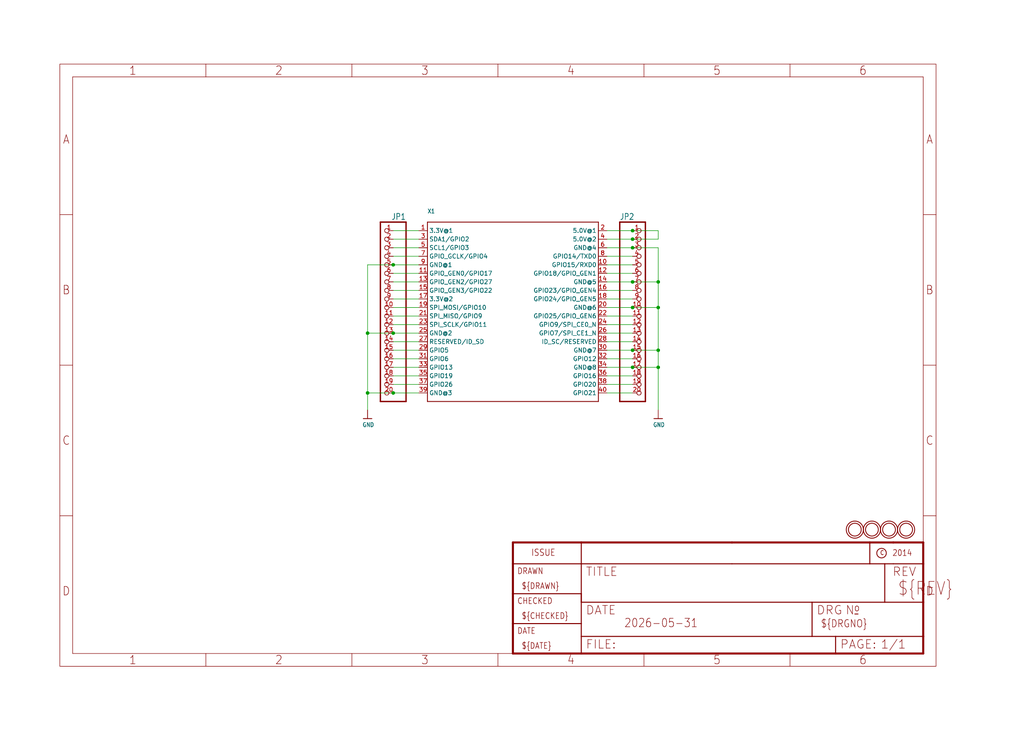
<source format=kicad_sch>
(kicad_sch (version 20230121) (generator eeschema)
  (paper "User" 304.267 217.322)
  (lib_symbols
    (symbol "working-eagle-import:FRAME_A4"
      (symbol "FRAME_A4_1_0"
        (polyline (pts (xy 0 44.7675) (xy 3.81 44.7675)))
        (polyline (pts (xy 0 89.535) (xy 3.81 89.535)))
        (polyline (pts (xy 0 134.3025) (xy 3.81 134.3025)))
        (polyline (pts (xy 3.81 3.81) (xy 3.81 175.26)))
        (polyline (pts (xy 43.3917 0) (xy 43.3917 3.81)))
        (polyline (pts (xy 43.3917 175.26) (xy 43.3917 179.07)))
        (polyline (pts (xy 86.7833 0) (xy 86.7833 3.81)))
        (polyline (pts (xy 86.7833 175.26) (xy 86.7833 179.07)))
        (polyline (pts (xy 130.175 0) (xy 130.175 3.81)))
        (polyline (pts (xy 130.175 175.26) (xy 130.175 179.07)))
        (polyline (pts (xy 173.5667 0) (xy 173.5667 3.81)))
        (polyline (pts (xy 173.5667 175.26) (xy 173.5667 179.07)))
        (polyline (pts (xy 216.9583 0) (xy 216.9583 3.81)))
        (polyline (pts (xy 216.9583 175.26) (xy 216.9583 179.07)))
        (polyline (pts (xy 256.54 3.81) (xy 3.81 3.81)))
        (polyline (pts (xy 256.54 3.81) (xy 256.54 8.89)) (stroke (width 0.1016)))
        (polyline (pts (xy 256.54 3.81) (xy 256.54 175.26)))
        (polyline (pts (xy 256.54 8.89) (xy 256.54 13.97)) (stroke (width 0.1016)))
        (polyline (pts (xy 256.54 13.97) (xy 256.54 19.05)) (stroke (width 0.1016)))
        (polyline (pts (xy 256.54 19.05) (xy 256.54 36.83)) (stroke (width 0.1016)))
        (polyline (pts (xy 256.54 44.7675) (xy 260.35 44.7675)))
        (polyline (pts (xy 256.54 89.535) (xy 260.35 89.535)))
        (polyline (pts (xy 256.54 134.3025) (xy 260.35 134.3025)))
        (polyline (pts (xy 256.54 175.26) (xy 3.81 175.26)))
        (polyline (pts (xy 0 0) (xy 260.35 0) (xy 260.35 179.07) (xy 0 179.07) (xy 0 0)))
        (text "1" (at 21.6958 1.905 0) (effects (font (size 2.54 2.286))))
        (text "1" (at 21.6958 177.165 0) (effects (font (size 2.54 2.286))))
        (text "2" (at 65.0875 1.905 0) (effects (font (size 2.54 2.286))))
        (text "2" (at 65.0875 177.165 0) (effects (font (size 2.54 2.286))))
        (text "3" (at 108.4792 1.905 0) (effects (font (size 2.54 2.286))))
        (text "3" (at 108.4792 177.165 0) (effects (font (size 2.54 2.286))))
        (text "4" (at 151.8708 1.905 0) (effects (font (size 2.54 2.286))))
        (text "4" (at 151.8708 177.165 0) (effects (font (size 2.54 2.286))))
        (text "5" (at 195.2625 1.905 0) (effects (font (size 2.54 2.286))))
        (text "5" (at 195.2625 177.165 0) (effects (font (size 2.54 2.286))))
        (text "6" (at 238.6542 1.905 0) (effects (font (size 2.54 2.286))))
        (text "6" (at 238.6542 177.165 0) (effects (font (size 2.54 2.286))))
        (text "A" (at 1.905 156.6863 0) (effects (font (size 2.54 2.286))))
        (text "A" (at 258.445 156.6863 0) (effects (font (size 2.54 2.286))))
        (text "B" (at 1.905 111.9188 0) (effects (font (size 2.54 2.286))))
        (text "B" (at 258.445 111.9188 0) (effects (font (size 2.54 2.286))))
        (text "C" (at 1.905 67.1513 0) (effects (font (size 2.54 2.286))))
        (text "C" (at 258.445 67.1513 0) (effects (font (size 2.54 2.286))))
        (text "D" (at 1.905 22.3838 0) (effects (font (size 2.54 2.286))))
        (text "D" (at 258.445 22.3838 0) (effects (font (size 2.54 2.286))))
      )
      (symbol "FRAME_A4_2_0"
        (polyline (pts (xy 0 1.27) (xy 20.32 1.27)) (stroke (width 0.6096)))
        (polyline (pts (xy 0 10.16) (xy 0 1.27)) (stroke (width 0.6096)))
        (polyline (pts (xy 0 10.16) (xy 20.32 10.16)) (stroke (width 0.3048)))
        (polyline (pts (xy 0 19.05) (xy 0 10.16)) (stroke (width 0.6096)))
        (polyline (pts (xy 0 19.05) (xy 20.32 19.05)) (stroke (width 0.3048)))
        (polyline (pts (xy 0 27.94) (xy 0 19.05)) (stroke (width 0.6096)))
        (polyline (pts (xy 0 27.94) (xy 20.32 27.94)) (stroke (width 0.3048)))
        (polyline (pts (xy 0 34.29) (xy 0 27.94)) (stroke (width 0.6096)))
        (polyline (pts (xy 20.32 1.27) (xy 20.32 6.35)) (stroke (width 0.3048)))
        (polyline (pts (xy 20.32 1.27) (xy 95.885 1.27)) (stroke (width 0.6096)))
        (polyline (pts (xy 20.32 6.35) (xy 20.32 10.16)) (stroke (width 0.3048)))
        (polyline (pts (xy 20.32 6.35) (xy 88.9 6.35)) (stroke (width 0.3048)))
        (polyline (pts (xy 20.32 10.16) (xy 20.32 19.05)) (stroke (width 0.3048)))
        (polyline (pts (xy 20.32 16.51) (xy 20.32 19.05)) (stroke (width 0.3048)))
        (polyline (pts (xy 20.32 19.05) (xy 20.32 27.94)) (stroke (width 0.3048)))
        (polyline (pts (xy 20.32 27.94) (xy 20.32 34.29)) (stroke (width 0.3048)))
        (polyline (pts (xy 20.32 27.94) (xy 65.0875 27.94)) (stroke (width 0.3048)))
        (polyline (pts (xy 20.32 34.29) (xy 0 34.29)) (stroke (width 0.6096)))
        (polyline (pts (xy 65.0875 27.94) (xy 106.045 27.94)) (stroke (width 0.3048)))
        (polyline (pts (xy 65.0875 34.29) (xy 20.32 34.29)) (stroke (width 0.6096)))
        (polyline (pts (xy 88.9 6.35) (xy 95.885 6.35)) (stroke (width 0.3048)))
        (polyline (pts (xy 88.9 16.51) (xy 20.32 16.51)) (stroke (width 0.3048)))
        (polyline (pts (xy 88.9 16.51) (xy 88.9 6.35)) (stroke (width 0.3048)))
        (polyline (pts (xy 95.885 1.27) (xy 121.92 1.27)) (stroke (width 0.6096)))
        (polyline (pts (xy 95.885 6.35) (xy 95.885 1.27)) (stroke (width 0.3048)))
        (polyline (pts (xy 95.885 6.35) (xy 121.92 6.35)) (stroke (width 0.3048)))
        (polyline (pts (xy 101.6 13.0175) (xy 102.5525 13.0175)) (stroke (width 0.254)))
        (polyline (pts (xy 106.045 27.94) (xy 106.045 34.29)) (stroke (width 0.3048)))
        (polyline (pts (xy 106.045 27.94) (xy 110.49 27.94)) (stroke (width 0.3048)))
        (polyline (pts (xy 106.045 34.29) (xy 65.0875 34.29)) (stroke (width 0.6096)))
        (polyline (pts (xy 110.49 16.51) (xy 88.9 16.51)) (stroke (width 0.3048)))
        (polyline (pts (xy 110.49 27.94) (xy 110.49 16.51)) (stroke (width 0.3048)))
        (polyline (pts (xy 110.49 27.94) (xy 113.03 27.94)) (stroke (width 0.3048)))
        (polyline (pts (xy 113.03 27.94) (xy 121.92 27.94)) (stroke (width 0.3048)))
        (polyline (pts (xy 113.03 34.29) (xy 106.045 34.29)) (stroke (width 0.6096)))
        (polyline (pts (xy 121.92 6.35) (xy 121.92 1.27)) (stroke (width 0.6096)))
        (polyline (pts (xy 121.92 16.51) (xy 110.49 16.51)) (stroke (width 0.3048)))
        (polyline (pts (xy 121.92 16.51) (xy 121.92 6.35)) (stroke (width 0.6096)))
        (polyline (pts (xy 121.92 27.94) (xy 121.92 16.51)) (stroke (width 0.6096)))
        (polyline (pts (xy 121.92 34.29) (xy 113.03 34.29)) (stroke (width 0.6096)))
        (polyline (pts (xy 121.92 34.29) (xy 121.92 27.94)) (stroke (width 0.6096)))
        (circle (center 109.5375 31.115) (radius 1.4199) (stroke (width 0.254)))
        (text "${#}/${##}" (at 109.22 2.54 0) (effects (font (size 2.54 2.54)) (justify left bottom)))
        (text "${CHECKED}" (at 2.54 11.43 0) (effects (font (size 1.778 1.5113)) (justify left bottom)))
        (text "${COMPANY}" (at 23.6538 29.3687 0) (effects (font (size 3.175 2.6987) (thickness 0.5397) bold) (justify left bottom)))
        (text "${CURRENT_DATE}" (at 33.02 8.89 0) (effects (font (size 2.54 2.159)) (justify left bottom)))
        (text "${DATE}" (at 2.54 2.54 0) (effects (font (size 1.778 1.5113)) (justify left bottom)))
        (text "${DRAWN}" (at 2.54 20.32 0) (effects (font (size 1.778 1.5113)) (justify left bottom)))
        (text "${DRGNO}" (at 91.44 8.89 0) (effects (font (size 2.1844 1.8567)) (justify left bottom)))
        (text "${PROJECTNAME}" (at 33.3375 2.54 0) (effects (font (size 2.54 2.159)) (justify left bottom)))
        (text "${REV}" (at 114.3 18.415 0) (effects (font (size 3.81 3.2385)) (justify left bottom)))
        (text "2014" (at 112.7125 30.1625 0) (effects (font (size 1.778 1.5113)) (justify left bottom)))
        (text "C" (at 109.0612 30.48 0) (effects (font (size 1.27 1.0795)) (justify left bottom)))
        (text "CHECKED" (at 1.27 15.875 0) (effects (font (size 1.778 1.5113)) (justify left bottom)))
        (text "DATE" (at 1.27 6.985 0) (effects (font (size 1.778 1.5113)) (justify left bottom)))
        (text "DATE" (at 21.59 12.7 0) (effects (font (size 2.54 2.54)) (justify left bottom)))
        (text "DRAWN" (at 1.27 24.765 0) (effects (font (size 1.778 1.5113)) (justify left bottom)))
        (text "DRG" (at 90.17 12.7 0) (effects (font (size 2.54 2.54)) (justify left bottom)))
        (text "FILE:" (at 21.59 2.54 0) (effects (font (size 2.54 2.54)) (justify left bottom)))
        (text "ISSUE" (at 5.3975 30.1625 0) (effects (font (size 1.9304 1.6408)) (justify left bottom)))
        (text "N" (at 98.7425 12.7 0) (effects (font (size 2.54 2.54)) (justify left bottom)))
        (text "o" (at 101.2825 13.6525 0) (effects (font (size 2.1844 1.8567)) (justify left bottom)))
        (text "PAGE:" (at 97.155 2.54 0) (effects (font (size 2.54 2.54)) (justify left bottom)))
        (text "REV" (at 112.7125 24.13 0) (effects (font (size 2.54 2.54)) (justify left bottom)))
        (text "TITLE" (at 21.59 24.13 0) (effects (font (size 2.54 2.54)) (justify left bottom)))
      )
    )
    (symbol "working-eagle-import:GND" (power)
      (property "Value" "GND" (at -1.524 -2.54 0))
      (symbol "GND_1_0"
        (polyline (pts (xy -1.27 0) (xy 1.27 0)) (stroke (width 0.254)))
        (pin power_in line (at 0 2.54 270) (length 2.54) (name "GND") (number "1"))
      )
    )
    (symbol "working-eagle-import:HEADER-1X20ROUND"
      (property "Reference" "JP" (at -6.35 26.035 0))
      (symbol "HEADER-1X20ROUND_1_0"
        (polyline (pts (xy -6.35 -27.94) (xy 1.27 -27.94)) (stroke (width 0.4064)))
        (polyline (pts (xy -6.35 25.4) (xy -6.35 -27.94)) (stroke (width 0.4064)))
        (polyline (pts (xy 1.27 -27.94) (xy 1.27 25.4)) (stroke (width 0.4064)))
        (polyline (pts (xy 1.27 25.4) (xy -6.35 25.4)) (stroke (width 0.4064)))
        (pin passive inverted (at -2.54 22.86 0) (length 2.54) (name "1") (number "1"))
        (pin passive inverted (at -2.54 0 0) (length 2.54) (name "10") (number "10"))
        (pin passive inverted (at -2.54 -2.54 0) (length 2.54) (name "11") (number "11"))
        (pin passive inverted (at -2.54 -5.08 0) (length 2.54) (name "12") (number "12"))
        (pin passive inverted (at -2.54 -7.62 0) (length 2.54) (name "13") (number "13"))
        (pin passive inverted (at -2.54 -10.16 0) (length 2.54) (name "14") (number "14"))
        (pin passive inverted (at -2.54 -12.7 0) (length 2.54) (name "15") (number "15"))
        (pin passive inverted (at -2.54 -15.24 0) (length 2.54) (name "16") (number "16"))
        (pin passive inverted (at -2.54 -17.78 0) (length 2.54) (name "17") (number "17"))
        (pin passive inverted (at -2.54 -20.32 0) (length 2.54) (name "18") (number "18"))
        (pin passive inverted (at -2.54 -22.86 0) (length 2.54) (name "19") (number "19"))
        (pin passive inverted (at -2.54 20.32 0) (length 2.54) (name "2") (number "2"))
        (pin passive inverted (at -2.54 -25.4 0) (length 2.54) (name "20") (number "20"))
        (pin passive inverted (at -2.54 17.78 0) (length 2.54) (name "3") (number "3"))
        (pin passive inverted (at -2.54 15.24 0) (length 2.54) (name "4") (number "4"))
        (pin passive inverted (at -2.54 12.7 0) (length 2.54) (name "5") (number "5"))
        (pin passive inverted (at -2.54 10.16 0) (length 2.54) (name "6") (number "6"))
        (pin passive inverted (at -2.54 7.62 0) (length 2.54) (name "7") (number "7"))
        (pin passive inverted (at -2.54 5.08 0) (length 2.54) (name "8") (number "8"))
        (pin passive inverted (at -2.54 2.54 0) (length 2.54) (name "9") (number "9"))
      )
    )
    (symbol "working-eagle-import:MOUNTINGHOLE2.5_THICK"
      (symbol "MOUNTINGHOLE2.5_THICK_1_0"
        (circle (center 0 0) (radius 1.905) (stroke (width 0.254)))
        (circle (center 0 0) (radius 2.54) (stroke (width 0.254)))
      )
    )
    (symbol "working-eagle-import:RASPBERRYPI_B+_IDC"
      (property "Reference" "X" (at -25.4 27.94 0))
      (symbol "RASPBERRYPI_B+_IDC_1_0"
        (polyline (pts (xy -25.4 -27.94) (xy -25.4 25.4)) (stroke (width 0.254)))
        (polyline (pts (xy -25.4 25.4) (xy 25.4 25.4)) (stroke (width 0.254)))
        (polyline (pts (xy 25.4 -27.94) (xy -25.4 -27.94)) (stroke (width 0.254)))
        (polyline (pts (xy 25.4 25.4) (xy 25.4 -27.94)) (stroke (width 0.254)))
        (pin power_in line (at -27.94 22.86 0) (length 2.54) (name "3.3V@1") (number "1"))
        (pin bidirectional line (at 27.94 12.7 180) (length 2.54) (name "GPIO15/RXD0") (number "10"))
        (pin bidirectional line (at -27.94 10.16 0) (length 2.54) (name "GPIO_GEN0/GPIO17") (number "11"))
        (pin bidirectional line (at 27.94 10.16 180) (length 2.54) (name "GPIO18/GPIO_GEN1") (number "12"))
        (pin bidirectional line (at -27.94 7.62 0) (length 2.54) (name "GPIO_GEN2/GPIO27") (number "13"))
        (pin power_in line (at 27.94 7.62 180) (length 2.54) (name "GND@5") (number "14"))
        (pin bidirectional line (at -27.94 5.08 0) (length 2.54) (name "GPIO_GEN3/GPIO22") (number "15"))
        (pin bidirectional line (at 27.94 5.08 180) (length 2.54) (name "GPIO23/GPIO_GEN4") (number "16"))
        (pin power_in line (at -27.94 2.54 0) (length 2.54) (name "3.3V@2") (number "17"))
        (pin bidirectional line (at 27.94 2.54 180) (length 2.54) (name "GPIO24/GPIO_GEN5") (number "18"))
        (pin bidirectional line (at -27.94 0 0) (length 2.54) (name "SPI_MOSI/GPIO10") (number "19"))
        (pin power_in line (at 27.94 22.86 180) (length 2.54) (name "5.0V@1") (number "2"))
        (pin power_in line (at 27.94 0 180) (length 2.54) (name "GND@6") (number "20"))
        (pin input line (at -27.94 -2.54 0) (length 2.54) (name "SPI_MISO/GPIO9") (number "21"))
        (pin bidirectional line (at 27.94 -2.54 180) (length 2.54) (name "GPIO25/GPIO_GEN6") (number "22"))
        (pin bidirectional line (at -27.94 -5.08 0) (length 2.54) (name "SPI_SCLK/GPIO11") (number "23"))
        (pin bidirectional line (at 27.94 -5.08 180) (length 2.54) (name "GPIO9/SPI_CE0_N") (number "24"))
        (pin power_in line (at -27.94 -7.62 0) (length 2.54) (name "GND@2") (number "25"))
        (pin bidirectional line (at 27.94 -7.62 180) (length 2.54) (name "GPIO7/SPI_CE1_N") (number "26"))
        (pin bidirectional line (at -27.94 -10.16 0) (length 2.54) (name "RESERVED/ID_SD") (number "27"))
        (pin bidirectional line (at 27.94 -10.16 180) (length 2.54) (name "ID_SC/RESERVED") (number "28"))
        (pin bidirectional line (at -27.94 -12.7 0) (length 2.54) (name "GPIO5") (number "29"))
        (pin bidirectional line (at -27.94 20.32 0) (length 2.54) (name "SDA1/GPIO2") (number "3"))
        (pin power_in line (at 27.94 -12.7 180) (length 2.54) (name "GND@7") (number "30"))
        (pin bidirectional line (at -27.94 -15.24 0) (length 2.54) (name "GPIO6") (number "31"))
        (pin bidirectional line (at 27.94 -15.24 180) (length 2.54) (name "GPIO12") (number "32"))
        (pin bidirectional line (at -27.94 -17.78 0) (length 2.54) (name "GPIO13") (number "33"))
        (pin power_in line (at 27.94 -17.78 180) (length 2.54) (name "GND@8") (number "34"))
        (pin bidirectional line (at -27.94 -20.32 0) (length 2.54) (name "GPIO19") (number "35"))
        (pin bidirectional line (at 27.94 -20.32 180) (length 2.54) (name "GPIO16") (number "36"))
        (pin bidirectional line (at -27.94 -22.86 0) (length 2.54) (name "GPIO26") (number "37"))
        (pin bidirectional line (at 27.94 -22.86 180) (length 2.54) (name "GPIO20") (number "38"))
        (pin power_in line (at -27.94 -25.4 0) (length 2.54) (name "GND@3") (number "39"))
        (pin power_in line (at 27.94 20.32 180) (length 2.54) (name "5.0V@2") (number "4"))
        (pin bidirectional line (at 27.94 -25.4 180) (length 2.54) (name "GPIO21") (number "40"))
        (pin bidirectional line (at -27.94 17.78 0) (length 2.54) (name "SCL1/GPIO3") (number "5"))
        (pin power_in line (at 27.94 17.78 180) (length 2.54) (name "GND@4") (number "6"))
        (pin bidirectional line (at -27.94 15.24 0) (length 2.54) (name "GPIO_GCLK/GPIO4") (number "7"))
        (pin bidirectional line (at 27.94 15.24 180) (length 2.54) (name "GPIO14/TXD0") (number "8"))
        (pin power_in line (at -27.94 12.7 0) (length 2.54) (name "GND@1") (number "9"))
      )
    )
  )
  (junction (at 195.58 91.44))
  (junction (at 187.96 73.66))
  (junction (at 187.96 71.12))
  (junction (at 116.84 116.84))
  (junction (at 187.96 83.82))
  (junction (at 116.84 99.06))
  (junction (at 116.84 78.74))
  (junction (at 195.58 109.22))
  (junction (at 187.96 104.14))
  (junction (at 109.22 99.06))
  (junction (at 195.58 104.14))
  (junction (at 109.22 116.84))
  (junction (at 187.96 68.58))
  (junction (at 187.96 91.44))
  (junction (at 195.58 83.82))
  (junction (at 187.96 109.22))
  (wire (pts (xy 187.96 116.84) (xy 180.34 116.84)) (stroke (width 0.1524)))
  (wire (pts (xy 195.58 104.14) (xy 195.58 109.22)) (stroke (width 0.1524)))
  (wire (pts (xy 116.84 91.44) (xy 124.46 91.44)) (stroke (width 0.1524)))
  (wire (pts (xy 116.84 83.82) (xy 124.46 83.82)) (stroke (width 0.1524)))
  (wire (pts (xy 109.22 78.74) (xy 109.22 99.06)) (stroke (width 0.1524)))
  (wire (pts (xy 195.58 83.82) (xy 195.58 91.44)) (stroke (width 0.1524)))
  (wire (pts (xy 195.58 68.58) (xy 195.58 71.12)) (stroke (width 0.1524)))
  (wire (pts (xy 187.96 86.36) (xy 180.34 86.36)) (stroke (width 0.1524)))
  (wire (pts (xy 116.84 71.12) (xy 124.46 71.12)) (stroke (width 0.1524)))
  (wire (pts (xy 187.96 109.22) (xy 195.58 109.22)) (stroke (width 0.1524)))
  (wire (pts (xy 116.84 78.74) (xy 124.46 78.74)) (stroke (width 0.1524)))
  (wire (pts (xy 195.58 91.44) (xy 195.58 104.14)) (stroke (width 0.1524)))
  (wire (pts (xy 187.96 99.06) (xy 180.34 99.06)) (stroke (width 0.1524)))
  (wire (pts (xy 116.84 106.68) (xy 124.46 106.68)) (stroke (width 0.1524)))
  (wire (pts (xy 116.84 68.58) (xy 124.46 68.58)) (stroke (width 0.1524)))
  (wire (pts (xy 195.58 73.66) (xy 195.58 83.82)) (stroke (width 0.1524)))
  (wire (pts (xy 116.84 101.6) (xy 124.46 101.6)) (stroke (width 0.1524)))
  (wire (pts (xy 187.96 88.9) (xy 180.34 88.9)) (stroke (width 0.1524)))
  (wire (pts (xy 116.84 73.66) (xy 124.46 73.66)) (stroke (width 0.1524)))
  (wire (pts (xy 187.96 91.44) (xy 195.58 91.44)) (stroke (width 0.1524)))
  (wire (pts (xy 116.84 96.52) (xy 124.46 96.52)) (stroke (width 0.1524)))
  (wire (pts (xy 116.84 114.3) (xy 124.46 114.3)) (stroke (width 0.1524)))
  (wire (pts (xy 195.58 71.12) (xy 187.96 71.12)) (stroke (width 0.1524)))
  (wire (pts (xy 195.58 109.22) (xy 195.58 121.92)) (stroke (width 0.1524)))
  (wire (pts (xy 187.96 93.98) (xy 180.34 93.98)) (stroke (width 0.1524)))
  (wire (pts (xy 116.84 111.76) (xy 124.46 111.76)) (stroke (width 0.1524)))
  (wire (pts (xy 187.96 73.66) (xy 195.58 73.66)) (stroke (width 0.1524)))
  (wire (pts (xy 187.96 76.2) (xy 180.34 76.2)) (stroke (width 0.1524)))
  (wire (pts (xy 116.84 99.06) (xy 109.22 99.06)) (stroke (width 0.1524)))
  (wire (pts (xy 116.84 76.2) (xy 124.46 76.2)) (stroke (width 0.1524)))
  (wire (pts (xy 187.96 91.44) (xy 180.34 91.44)) (stroke (width 0.1524)))
  (wire (pts (xy 116.84 78.74) (xy 109.22 78.74)) (stroke (width 0.1524)))
  (wire (pts (xy 116.84 86.36) (xy 124.46 86.36)) (stroke (width 0.1524)))
  (wire (pts (xy 187.96 68.58) (xy 195.58 68.58)) (stroke (width 0.1524)))
  (wire (pts (xy 187.96 109.22) (xy 180.34 109.22)) (stroke (width 0.1524)))
  (wire (pts (xy 187.96 101.6) (xy 180.34 101.6)) (stroke (width 0.1524)))
  (wire (pts (xy 187.96 104.14) (xy 180.34 104.14)) (stroke (width 0.1524)))
  (wire (pts (xy 187.96 83.82) (xy 195.58 83.82)) (stroke (width 0.1524)))
  (wire (pts (xy 116.84 116.84) (xy 109.22 116.84)) (stroke (width 0.1524)))
  (wire (pts (xy 187.96 68.58) (xy 180.34 68.58)) (stroke (width 0.1524)))
  (wire (pts (xy 187.96 73.66) (xy 180.34 73.66)) (stroke (width 0.1524)))
  (wire (pts (xy 187.96 111.76) (xy 180.34 111.76)) (stroke (width 0.1524)))
  (wire (pts (xy 187.96 71.12) (xy 180.34 71.12)) (stroke (width 0.1524)))
  (wire (pts (xy 116.84 104.14) (xy 124.46 104.14)) (stroke (width 0.1524)))
  (wire (pts (xy 116.84 88.9) (xy 124.46 88.9)) (stroke (width 0.1524)))
  (wire (pts (xy 109.22 99.06) (xy 109.22 116.84)) (stroke (width 0.1524)))
  (wire (pts (xy 116.84 81.28) (xy 124.46 81.28)) (stroke (width 0.1524)))
  (wire (pts (xy 187.96 83.82) (xy 180.34 83.82)) (stroke (width 0.1524)))
  (wire (pts (xy 187.96 104.14) (xy 195.58 104.14)) (stroke (width 0.1524)))
  (wire (pts (xy 187.96 78.74) (xy 180.34 78.74)) (stroke (width 0.1524)))
  (wire (pts (xy 187.96 96.52) (xy 180.34 96.52)) (stroke (width 0.1524)))
  (wire (pts (xy 187.96 114.3) (xy 180.34 114.3)) (stroke (width 0.1524)))
  (wire (pts (xy 116.84 109.22) (xy 124.46 109.22)) (stroke (width 0.1524)))
  (wire (pts (xy 109.22 116.84) (xy 109.22 121.92)) (stroke (width 0.1524)))
  (wire (pts (xy 187.96 81.28) (xy 180.34 81.28)) (stroke (width 0.1524)))
  (wire (pts (xy 116.84 93.98) (xy 124.46 93.98)) (stroke (width 0.1524)))
  (wire (pts (xy 116.84 99.06) (xy 124.46 99.06)) (stroke (width 0.1524)))
  (wire (pts (xy 116.84 116.84) (xy 124.46 116.84)) (stroke (width 0.1524)))
  (wire (pts (xy 187.96 106.68) (xy 180.34 106.68)) (stroke (width 0.1524)))
  (symbol (lib_id "working-eagle-import:FRAME_A4") (at 152.4 195.58 0) (unit 2)
    (property "Reference" "#FRAME1" (effects hide))
    (property "Value" "FRAME_A4" (effects hide))
  )
  (symbol (lib_id "working-eagle-import:MOUNTINGHOLE2.5_THICK") (at 259.08 157.48 0) (unit 1)
    (property "Reference" "U$4" (effects hide))
    (property "Value" "MOUNTINGHOLE2.5_THICK" (effects hide))
    (property "Footprint" "working:MOUNTINGHOLE_2.5_PLATED_THICK" (effects hide))
  )
  (symbol (lib_id "working-eagle-import:MOUNTINGHOLE2.5_THICK") (at 264.16 157.48 0) (unit 1)
    (property "Reference" "U$3" (effects hide))
    (property "Value" "MOUNTINGHOLE2.5_THICK" (effects hide))
    (property "Footprint" "working:MOUNTINGHOLE_2.5_PLATED_THICK" (effects hide))
  )
  (symbol (lib_id "working-eagle-import:MOUNTINGHOLE2.5_THICK") (at 269.24 157.48 0) (unit 1)
    (property "Reference" "U$1" (effects hide))
    (property "Value" "MOUNTINGHOLE2.5_THICK" (effects hide))
    (property "Footprint" "working:MOUNTINGHOLE_2.5_PLATED_THICK" (effects hide))
  )
  (symbol (lib_id "working-eagle-import:HEADER-1X20ROUND") (at 114.3 91.44 0) (mirror y) (unit 1)
    (property "Reference" "JP1" (at 120.65 65.405 0) (effects (font (size 1.778 1.5113)) (justify left bottom)))
    (property "Value" "HEADER-1X20ROUND" (effects hide))
    (property "Footprint" "working:1X20_ROUND" (effects hide))
  )
  (symbol (lib_id "working-eagle-import:GND") (at 109.22 124.46 0) (unit 1)
    (property "Reference" "#U$6" (effects hide))
    (property "Value" "GND" (at 107.696 127 0) (effects (font (size 1.27 1.0795)) (justify left bottom)))
  )
  (symbol (lib_id "working-eagle-import:MOUNTINGHOLE2.5_THICK") (at 254 157.48 0) (unit 1)
    (property "Reference" "U$2" (effects hide))
    (property "Value" "MOUNTINGHOLE2.5_THICK" (effects hide))
    (property "Footprint" "working:MOUNTINGHOLE_2.5_PLATED_THICK" (effects hide))
  )
  (symbol (lib_id "working-eagle-import:FRAME_A4") (at 17.78 198.12 0) (unit 1)
    (property "Reference" "#FRAME1" (effects hide))
    (property "Value" "FRAME_A4" (effects hide))
  )
  (symbol (lib_id "working-eagle-import:RASPBERRYPI_B+_IDC") (at 152.4 91.44 0) (unit 1)
    (property "Reference" "X1" (at 127 63.5 0) (effects (font (size 1.27 1.0795)) (justify left bottom)))
    (property "Value" "RASPBERRYPI_B+_IDC" (effects hide))
    (property "Footprint" "working:RASPBERRYPI_B+_IDC" (effects hide))
  )
  (symbol (lib_id "working-eagle-import:HEADER-1X20ROUND") (at 190.5 91.44 0) (unit 1)
    (property "Reference" "JP2" (at 184.15 65.405 0) (effects (font (size 1.778 1.5113)) (justify left bottom)))
    (property "Value" "HEADER-1X20ROUND" (effects hide))
    (property "Footprint" "working:1X20_ROUND" (effects hide))
  )
  (symbol (lib_id "working-eagle-import:GND") (at 195.58 124.46 0) (unit 1)
    (property "Reference" "#U$7" (effects hide))
    (property "Value" "GND" (at 194.056 127 0) (effects (font (size 1.27 1.0795)) (justify left bottom)))
  )
)
</source>
